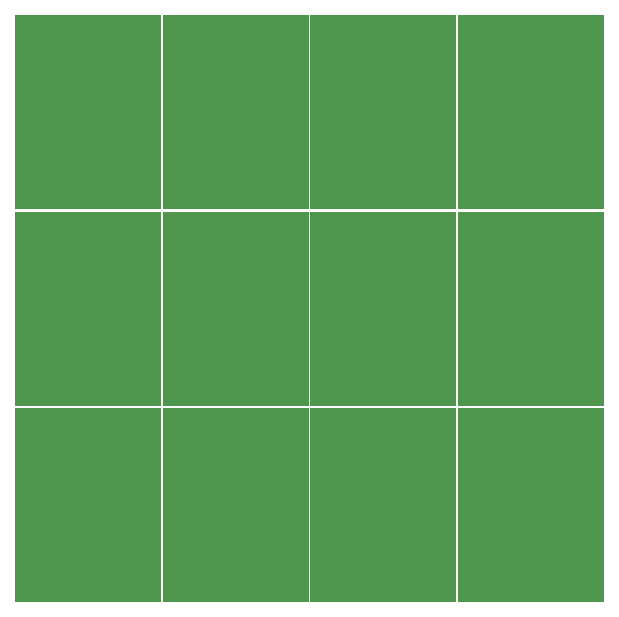
<source format=gbs>
G04 #@! TF.FileFunction,Soldermask,Bot*
%FSLAX46Y46*%
G04 Gerber Fmt 4.6, Leading zero omitted, Abs format (unit mm)*
G04 Created by KiCad (PCBNEW 4.0.1-stable) date 7/31/2016 2:21:32 PM*
%MOMM*%
G01*
G04 APERTURE LIST*
%ADD10C,0.100000*%
%ADD11C,0.900000*%
%ADD12C,3.400000*%
%ADD13R,12.400000X16.400000*%
G04 APERTURE END LIST*
D10*
D11*
X48650000Y-35334000D03*
X47650000Y-35334000D03*
X46650000Y-35334000D03*
X45650000Y-35334000D03*
X45650000Y-36334000D03*
X46650000Y-36334000D03*
X47650000Y-36334000D03*
X48650000Y-36334000D03*
X48650000Y-37334000D03*
X47650000Y-37334000D03*
X46650000Y-37334000D03*
X45650000Y-37334000D03*
X38850000Y-37334000D03*
X39850000Y-37334000D03*
X40850000Y-37334000D03*
X41850000Y-37334000D03*
X41850000Y-36334000D03*
X40850000Y-36334000D03*
X39850000Y-36334000D03*
X38850000Y-36334000D03*
X38850000Y-35334000D03*
X39850000Y-35334000D03*
X40850000Y-35334000D03*
X41850000Y-35334000D03*
X48650000Y-41334000D03*
X47650000Y-41334000D03*
X46650000Y-41334000D03*
X45650000Y-41334000D03*
X44650000Y-40334000D03*
X45650000Y-40334000D03*
X46650000Y-40334000D03*
X47650000Y-40334000D03*
X48650000Y-40334000D03*
X48650000Y-39334000D03*
X47650000Y-39334000D03*
X46650000Y-39334000D03*
X45650000Y-39334000D03*
X44650000Y-39334000D03*
X44650000Y-38334000D03*
X45650000Y-38334000D03*
X46650000Y-38334000D03*
X47650000Y-38334000D03*
X48650000Y-38334000D03*
X43750000Y-38834000D03*
X43750000Y-39834000D03*
X42850000Y-38334000D03*
X41850000Y-38334000D03*
X40850000Y-38334000D03*
X39850000Y-38334000D03*
X38850000Y-38334000D03*
X38850000Y-39334000D03*
X39850000Y-39334000D03*
X40850000Y-39334000D03*
X41850000Y-39334000D03*
X42850000Y-39334000D03*
X42850000Y-40334000D03*
X41850000Y-40334000D03*
X40850000Y-40334000D03*
X39850000Y-40334000D03*
X38850000Y-40334000D03*
X41850000Y-41334000D03*
X40850000Y-41334000D03*
X39850000Y-41334000D03*
X38850000Y-41334000D03*
X43750000Y-40834000D03*
X43750000Y-46834000D03*
X43750000Y-47834000D03*
X43750000Y-41834000D03*
X43750000Y-42834000D03*
X43750000Y-43834000D03*
X43750000Y-44834000D03*
X43750000Y-45834000D03*
X44650000Y-46334000D03*
X44650000Y-47334000D03*
X44650000Y-48334000D03*
X42850000Y-46334000D03*
X42850000Y-47334000D03*
X42850000Y-48334000D03*
X44650000Y-41334000D03*
X44650000Y-42334000D03*
X44650000Y-43334000D03*
X44650000Y-44334000D03*
X44650000Y-45334000D03*
X42850000Y-41334000D03*
X42850000Y-42334000D03*
X42850000Y-43334000D03*
X42850000Y-44334000D03*
X42850000Y-45334000D03*
D12*
X43750000Y-36734000D03*
D13*
X43750000Y-41734000D03*
D11*
X36150000Y-35334000D03*
X35150000Y-35334000D03*
X34150000Y-35334000D03*
X33150000Y-35334000D03*
X33150000Y-36334000D03*
X34150000Y-36334000D03*
X35150000Y-36334000D03*
X36150000Y-36334000D03*
X36150000Y-37334000D03*
X35150000Y-37334000D03*
X34150000Y-37334000D03*
X33150000Y-37334000D03*
X26350000Y-37334000D03*
X27350000Y-37334000D03*
X28350000Y-37334000D03*
X29350000Y-37334000D03*
X29350000Y-36334000D03*
X28350000Y-36334000D03*
X27350000Y-36334000D03*
X26350000Y-36334000D03*
X26350000Y-35334000D03*
X27350000Y-35334000D03*
X28350000Y-35334000D03*
X29350000Y-35334000D03*
X36150000Y-41334000D03*
X35150000Y-41334000D03*
X34150000Y-41334000D03*
X33150000Y-41334000D03*
X32150000Y-40334000D03*
X33150000Y-40334000D03*
X34150000Y-40334000D03*
X35150000Y-40334000D03*
X36150000Y-40334000D03*
X36150000Y-39334000D03*
X35150000Y-39334000D03*
X34150000Y-39334000D03*
X33150000Y-39334000D03*
X32150000Y-39334000D03*
X32150000Y-38334000D03*
X33150000Y-38334000D03*
X34150000Y-38334000D03*
X35150000Y-38334000D03*
X36150000Y-38334000D03*
X31250000Y-38834000D03*
X31250000Y-39834000D03*
X30350000Y-38334000D03*
X29350000Y-38334000D03*
X28350000Y-38334000D03*
X27350000Y-38334000D03*
X26350000Y-38334000D03*
X26350000Y-39334000D03*
X27350000Y-39334000D03*
X28350000Y-39334000D03*
X29350000Y-39334000D03*
X30350000Y-39334000D03*
X30350000Y-40334000D03*
X29350000Y-40334000D03*
X28350000Y-40334000D03*
X27350000Y-40334000D03*
X26350000Y-40334000D03*
X29350000Y-41334000D03*
X28350000Y-41334000D03*
X27350000Y-41334000D03*
X26350000Y-41334000D03*
X31250000Y-40834000D03*
X31250000Y-46834000D03*
X31250000Y-47834000D03*
X31250000Y-41834000D03*
X31250000Y-42834000D03*
X31250000Y-43834000D03*
X31250000Y-44834000D03*
X31250000Y-45834000D03*
X32150000Y-46334000D03*
X32150000Y-47334000D03*
X32150000Y-48334000D03*
X30350000Y-46334000D03*
X30350000Y-47334000D03*
X30350000Y-48334000D03*
X32150000Y-41334000D03*
X32150000Y-42334000D03*
X32150000Y-43334000D03*
X32150000Y-44334000D03*
X32150000Y-45334000D03*
X30350000Y-41334000D03*
X30350000Y-42334000D03*
X30350000Y-43334000D03*
X30350000Y-44334000D03*
X30350000Y-45334000D03*
D12*
X31250000Y-36734000D03*
D13*
X31250000Y-41734000D03*
D11*
X48650000Y-18667000D03*
X47650000Y-18667000D03*
X46650000Y-18667000D03*
X45650000Y-18667000D03*
X45650000Y-19667000D03*
X46650000Y-19667000D03*
X47650000Y-19667000D03*
X48650000Y-19667000D03*
X48650000Y-20667000D03*
X47650000Y-20667000D03*
X46650000Y-20667000D03*
X45650000Y-20667000D03*
X38850000Y-20667000D03*
X39850000Y-20667000D03*
X40850000Y-20667000D03*
X41850000Y-20667000D03*
X41850000Y-19667000D03*
X40850000Y-19667000D03*
X39850000Y-19667000D03*
X38850000Y-19667000D03*
X38850000Y-18667000D03*
X39850000Y-18667000D03*
X40850000Y-18667000D03*
X41850000Y-18667000D03*
X48650000Y-24667000D03*
X47650000Y-24667000D03*
X46650000Y-24667000D03*
X45650000Y-24667000D03*
X44650000Y-23667000D03*
X45650000Y-23667000D03*
X46650000Y-23667000D03*
X47650000Y-23667000D03*
X48650000Y-23667000D03*
X48650000Y-22667000D03*
X47650000Y-22667000D03*
X46650000Y-22667000D03*
X45650000Y-22667000D03*
X44650000Y-22667000D03*
X44650000Y-21667000D03*
X45650000Y-21667000D03*
X46650000Y-21667000D03*
X47650000Y-21667000D03*
X48650000Y-21667000D03*
X43750000Y-22167000D03*
X43750000Y-23167000D03*
X42850000Y-21667000D03*
X41850000Y-21667000D03*
X40850000Y-21667000D03*
X39850000Y-21667000D03*
X38850000Y-21667000D03*
X38850000Y-22667000D03*
X39850000Y-22667000D03*
X40850000Y-22667000D03*
X41850000Y-22667000D03*
X42850000Y-22667000D03*
X42850000Y-23667000D03*
X41850000Y-23667000D03*
X40850000Y-23667000D03*
X39850000Y-23667000D03*
X38850000Y-23667000D03*
X41850000Y-24667000D03*
X40850000Y-24667000D03*
X39850000Y-24667000D03*
X38850000Y-24667000D03*
X43750000Y-24167000D03*
X43750000Y-30167000D03*
X43750000Y-31167000D03*
X43750000Y-25167000D03*
X43750000Y-26167000D03*
X43750000Y-27167000D03*
X43750000Y-28167000D03*
X43750000Y-29167000D03*
X44650000Y-29667000D03*
X44650000Y-30667000D03*
X44650000Y-31667000D03*
X42850000Y-29667000D03*
X42850000Y-30667000D03*
X42850000Y-31667000D03*
X44650000Y-24667000D03*
X44650000Y-25667000D03*
X44650000Y-26667000D03*
X44650000Y-27667000D03*
X44650000Y-28667000D03*
X42850000Y-24667000D03*
X42850000Y-25667000D03*
X42850000Y-26667000D03*
X42850000Y-27667000D03*
X42850000Y-28667000D03*
D12*
X43750000Y-20067000D03*
D13*
X43750000Y-25067000D03*
D11*
X36150000Y-18667000D03*
X35150000Y-18667000D03*
X34150000Y-18667000D03*
X33150000Y-18667000D03*
X33150000Y-19667000D03*
X34150000Y-19667000D03*
X35150000Y-19667000D03*
X36150000Y-19667000D03*
X36150000Y-20667000D03*
X35150000Y-20667000D03*
X34150000Y-20667000D03*
X33150000Y-20667000D03*
X26350000Y-20667000D03*
X27350000Y-20667000D03*
X28350000Y-20667000D03*
X29350000Y-20667000D03*
X29350000Y-19667000D03*
X28350000Y-19667000D03*
X27350000Y-19667000D03*
X26350000Y-19667000D03*
X26350000Y-18667000D03*
X27350000Y-18667000D03*
X28350000Y-18667000D03*
X29350000Y-18667000D03*
X36150000Y-24667000D03*
X35150000Y-24667000D03*
X34150000Y-24667000D03*
X33150000Y-24667000D03*
X32150000Y-23667000D03*
X33150000Y-23667000D03*
X34150000Y-23667000D03*
X35150000Y-23667000D03*
X36150000Y-23667000D03*
X36150000Y-22667000D03*
X35150000Y-22667000D03*
X34150000Y-22667000D03*
X33150000Y-22667000D03*
X32150000Y-22667000D03*
X32150000Y-21667000D03*
X33150000Y-21667000D03*
X34150000Y-21667000D03*
X35150000Y-21667000D03*
X36150000Y-21667000D03*
X31250000Y-22167000D03*
X31250000Y-23167000D03*
X30350000Y-21667000D03*
X29350000Y-21667000D03*
X28350000Y-21667000D03*
X27350000Y-21667000D03*
X26350000Y-21667000D03*
X26350000Y-22667000D03*
X27350000Y-22667000D03*
X28350000Y-22667000D03*
X29350000Y-22667000D03*
X30350000Y-22667000D03*
X30350000Y-23667000D03*
X29350000Y-23667000D03*
X28350000Y-23667000D03*
X27350000Y-23667000D03*
X26350000Y-23667000D03*
X29350000Y-24667000D03*
X28350000Y-24667000D03*
X27350000Y-24667000D03*
X26350000Y-24667000D03*
X31250000Y-24167000D03*
X31250000Y-30167000D03*
X31250000Y-31167000D03*
X31250000Y-25167000D03*
X31250000Y-26167000D03*
X31250000Y-27167000D03*
X31250000Y-28167000D03*
X31250000Y-29167000D03*
X32150000Y-29667000D03*
X32150000Y-30667000D03*
X32150000Y-31667000D03*
X30350000Y-29667000D03*
X30350000Y-30667000D03*
X30350000Y-31667000D03*
X32150000Y-24667000D03*
X32150000Y-25667000D03*
X32150000Y-26667000D03*
X32150000Y-27667000D03*
X32150000Y-28667000D03*
X30350000Y-24667000D03*
X30350000Y-25667000D03*
X30350000Y-26667000D03*
X30350000Y-27667000D03*
X30350000Y-28667000D03*
D12*
X31250000Y-20067000D03*
D13*
X31250000Y-25067000D03*
D11*
X48650000Y-2000000D03*
X47650000Y-2000000D03*
X46650000Y-2000000D03*
X45650000Y-2000000D03*
X45650000Y-3000000D03*
X46650000Y-3000000D03*
X47650000Y-3000000D03*
X48650000Y-3000000D03*
X48650000Y-4000000D03*
X47650000Y-4000000D03*
X46650000Y-4000000D03*
X45650000Y-4000000D03*
X38850000Y-4000000D03*
X39850000Y-4000000D03*
X40850000Y-4000000D03*
X41850000Y-4000000D03*
X41850000Y-3000000D03*
X40850000Y-3000000D03*
X39850000Y-3000000D03*
X38850000Y-3000000D03*
X38850000Y-2000000D03*
X39850000Y-2000000D03*
X40850000Y-2000000D03*
X41850000Y-2000000D03*
X48650000Y-8000000D03*
X47650000Y-8000000D03*
X46650000Y-8000000D03*
X45650000Y-8000000D03*
X44650000Y-7000000D03*
X45650000Y-7000000D03*
X46650000Y-7000000D03*
X47650000Y-7000000D03*
X48650000Y-7000000D03*
X48650000Y-6000000D03*
X47650000Y-6000000D03*
X46650000Y-6000000D03*
X45650000Y-6000000D03*
X44650000Y-6000000D03*
X44650000Y-5000000D03*
X45650000Y-5000000D03*
X46650000Y-5000000D03*
X47650000Y-5000000D03*
X48650000Y-5000000D03*
X43750000Y-5500000D03*
X43750000Y-6500000D03*
X42850000Y-5000000D03*
X41850000Y-5000000D03*
X40850000Y-5000000D03*
X39850000Y-5000000D03*
X38850000Y-5000000D03*
X38850000Y-6000000D03*
X39850000Y-6000000D03*
X40850000Y-6000000D03*
X41850000Y-6000000D03*
X42850000Y-6000000D03*
X42850000Y-7000000D03*
X41850000Y-7000000D03*
X40850000Y-7000000D03*
X39850000Y-7000000D03*
X38850000Y-7000000D03*
X41850000Y-8000000D03*
X40850000Y-8000000D03*
X39850000Y-8000000D03*
X38850000Y-8000000D03*
X43750000Y-7500000D03*
X43750000Y-13500000D03*
X43750000Y-14500000D03*
X43750000Y-8500000D03*
X43750000Y-9500000D03*
X43750000Y-10500000D03*
X43750000Y-11500000D03*
X43750000Y-12500000D03*
X44650000Y-13000000D03*
X44650000Y-14000000D03*
X44650000Y-15000000D03*
X42850000Y-13000000D03*
X42850000Y-14000000D03*
X42850000Y-15000000D03*
X44650000Y-8000000D03*
X44650000Y-9000000D03*
X44650000Y-10000000D03*
X44650000Y-11000000D03*
X44650000Y-12000000D03*
X42850000Y-8000000D03*
X42850000Y-9000000D03*
X42850000Y-10000000D03*
X42850000Y-11000000D03*
X42850000Y-12000000D03*
D12*
X43750000Y-3400000D03*
D13*
X43750000Y-8400000D03*
D11*
X36150000Y-2000000D03*
X35150000Y-2000000D03*
X34150000Y-2000000D03*
X33150000Y-2000000D03*
X33150000Y-3000000D03*
X34150000Y-3000000D03*
X35150000Y-3000000D03*
X36150000Y-3000000D03*
X36150000Y-4000000D03*
X35150000Y-4000000D03*
X34150000Y-4000000D03*
X33150000Y-4000000D03*
X26350000Y-4000000D03*
X27350000Y-4000000D03*
X28350000Y-4000000D03*
X29350000Y-4000000D03*
X29350000Y-3000000D03*
X28350000Y-3000000D03*
X27350000Y-3000000D03*
X26350000Y-3000000D03*
X26350000Y-2000000D03*
X27350000Y-2000000D03*
X28350000Y-2000000D03*
X29350000Y-2000000D03*
X36150000Y-8000000D03*
X35150000Y-8000000D03*
X34150000Y-8000000D03*
X33150000Y-8000000D03*
X32150000Y-7000000D03*
X33150000Y-7000000D03*
X34150000Y-7000000D03*
X35150000Y-7000000D03*
X36150000Y-7000000D03*
X36150000Y-6000000D03*
X35150000Y-6000000D03*
X34150000Y-6000000D03*
X33150000Y-6000000D03*
X32150000Y-6000000D03*
X32150000Y-5000000D03*
X33150000Y-5000000D03*
X34150000Y-5000000D03*
X35150000Y-5000000D03*
X36150000Y-5000000D03*
X31250000Y-5500000D03*
X31250000Y-6500000D03*
X30350000Y-5000000D03*
X29350000Y-5000000D03*
X28350000Y-5000000D03*
X27350000Y-5000000D03*
X26350000Y-5000000D03*
X26350000Y-6000000D03*
X27350000Y-6000000D03*
X28350000Y-6000000D03*
X29350000Y-6000000D03*
X30350000Y-6000000D03*
X30350000Y-7000000D03*
X29350000Y-7000000D03*
X28350000Y-7000000D03*
X27350000Y-7000000D03*
X26350000Y-7000000D03*
X29350000Y-8000000D03*
X28350000Y-8000000D03*
X27350000Y-8000000D03*
X26350000Y-8000000D03*
X31250000Y-7500000D03*
X31250000Y-13500000D03*
X31250000Y-14500000D03*
X31250000Y-8500000D03*
X31250000Y-9500000D03*
X31250000Y-10500000D03*
X31250000Y-11500000D03*
X31250000Y-12500000D03*
X32150000Y-13000000D03*
X32150000Y-14000000D03*
X32150000Y-15000000D03*
X30350000Y-13000000D03*
X30350000Y-14000000D03*
X30350000Y-15000000D03*
X32150000Y-8000000D03*
X32150000Y-9000000D03*
X32150000Y-10000000D03*
X32150000Y-11000000D03*
X32150000Y-12000000D03*
X30350000Y-8000000D03*
X30350000Y-9000000D03*
X30350000Y-10000000D03*
X30350000Y-11000000D03*
X30350000Y-12000000D03*
D12*
X31250000Y-3400000D03*
D13*
X31250000Y-8400000D03*
D11*
X10950000Y-2500000D03*
X9950000Y-2500000D03*
X8950000Y-2500000D03*
X7950000Y-2500000D03*
X7950000Y-3500000D03*
X8950000Y-3500000D03*
X9950000Y-3500000D03*
X10950000Y-3500000D03*
X10950000Y-4500000D03*
X9950000Y-4500000D03*
X8950000Y-4500000D03*
X7950000Y-4500000D03*
X1550000Y-4500000D03*
X2550000Y-4500000D03*
X3550000Y-4500000D03*
X4550000Y-4500000D03*
X4550000Y-3500000D03*
X3550000Y-3500000D03*
X2550000Y-3500000D03*
X1550000Y-3500000D03*
X1550000Y-2500000D03*
X2550000Y-2500000D03*
X3550000Y-2500000D03*
X4550000Y-2500000D03*
X6250000Y-9000000D03*
X6950000Y-6500000D03*
X6950000Y-7500000D03*
X6950000Y-8500000D03*
X5550000Y-8500000D03*
X5550000Y-7500000D03*
X5550000Y-6500000D03*
X6250000Y-13000000D03*
X6250000Y-10000000D03*
X6250000Y-12000000D03*
X6250000Y-11000000D03*
X4550000Y-12500000D03*
X3550000Y-12500000D03*
X2550000Y-12500000D03*
X1550000Y-12500000D03*
X6950000Y-12500000D03*
X5550000Y-12500000D03*
X6950000Y-11500000D03*
X6950000Y-9500000D03*
X5550000Y-9500000D03*
X5550000Y-5500000D03*
X6950000Y-5500000D03*
X10950000Y-12500000D03*
X9950000Y-12500000D03*
X8950000Y-12500000D03*
X7950000Y-12500000D03*
X7950000Y-11500000D03*
X8950000Y-11500000D03*
X9950000Y-11500000D03*
X10950000Y-11500000D03*
X10950000Y-10500000D03*
X9950000Y-10500000D03*
X8950000Y-10500000D03*
X7950000Y-10500000D03*
X7950000Y-9500000D03*
X8950000Y-9500000D03*
X9950000Y-9500000D03*
X10950000Y-9500000D03*
X10950000Y-8500000D03*
X9950000Y-8500000D03*
X8950000Y-8500000D03*
X7950000Y-8500000D03*
X7950000Y-7500000D03*
X8950000Y-7500000D03*
X9950000Y-7500000D03*
X10950000Y-7500000D03*
X10950000Y-6500000D03*
X9950000Y-6500000D03*
X8950000Y-6500000D03*
X7950000Y-6500000D03*
X7950000Y-5500000D03*
X8950000Y-5500000D03*
X9950000Y-5500000D03*
X10950000Y-5500000D03*
X4550000Y-5500000D03*
X3550000Y-5500000D03*
X2550000Y-5500000D03*
X1550000Y-5500000D03*
X1550000Y-6500000D03*
X2550000Y-6500000D03*
X3550000Y-6500000D03*
X4550000Y-6500000D03*
X4550000Y-7500000D03*
X3550000Y-7500000D03*
X2550000Y-7500000D03*
X1550000Y-7500000D03*
X1550000Y-8500000D03*
X2550000Y-8500000D03*
X3550000Y-8500000D03*
X4550000Y-8500000D03*
X4550000Y-9500000D03*
X3550000Y-9500000D03*
X2550000Y-9500000D03*
X1550000Y-9500000D03*
X1550000Y-10500000D03*
X2550000Y-10500000D03*
X3550000Y-10500000D03*
X4550000Y-10500000D03*
X4550000Y-11500000D03*
X3550000Y-11500000D03*
X2550000Y-11500000D03*
X1550000Y-11500000D03*
X6950000Y-10500000D03*
X5550000Y-11500000D03*
X5550000Y-10500000D03*
D12*
X6250000Y-3400000D03*
D13*
X6250000Y-8400000D03*
D11*
X23450000Y-2500000D03*
X22450000Y-2500000D03*
X21450000Y-2500000D03*
X20450000Y-2500000D03*
X20450000Y-3500000D03*
X21450000Y-3500000D03*
X22450000Y-3500000D03*
X23450000Y-3500000D03*
X23450000Y-4500000D03*
X22450000Y-4500000D03*
X21450000Y-4500000D03*
X20450000Y-4500000D03*
X14050000Y-4500000D03*
X15050000Y-4500000D03*
X16050000Y-4500000D03*
X17050000Y-4500000D03*
X17050000Y-3500000D03*
X16050000Y-3500000D03*
X15050000Y-3500000D03*
X14050000Y-3500000D03*
X14050000Y-2500000D03*
X15050000Y-2500000D03*
X16050000Y-2500000D03*
X17050000Y-2500000D03*
X18750000Y-9000000D03*
X19450000Y-6500000D03*
X19450000Y-7500000D03*
X19450000Y-8500000D03*
X18050000Y-8500000D03*
X18050000Y-7500000D03*
X18050000Y-6500000D03*
X18750000Y-13000000D03*
X18750000Y-10000000D03*
X18750000Y-12000000D03*
X18750000Y-11000000D03*
X17050000Y-12500000D03*
X16050000Y-12500000D03*
X15050000Y-12500000D03*
X14050000Y-12500000D03*
X19450000Y-12500000D03*
X18050000Y-12500000D03*
X19450000Y-11500000D03*
X19450000Y-9500000D03*
X18050000Y-9500000D03*
X18050000Y-5500000D03*
X19450000Y-5500000D03*
X23450000Y-12500000D03*
X22450000Y-12500000D03*
X21450000Y-12500000D03*
X20450000Y-12500000D03*
X20450000Y-11500000D03*
X21450000Y-11500000D03*
X22450000Y-11500000D03*
X23450000Y-11500000D03*
X23450000Y-10500000D03*
X22450000Y-10500000D03*
X21450000Y-10500000D03*
X20450000Y-10500000D03*
X20450000Y-9500000D03*
X21450000Y-9500000D03*
X22450000Y-9500000D03*
X23450000Y-9500000D03*
X23450000Y-8500000D03*
X22450000Y-8500000D03*
X21450000Y-8500000D03*
X20450000Y-8500000D03*
X20450000Y-7500000D03*
X21450000Y-7500000D03*
X22450000Y-7500000D03*
X23450000Y-7500000D03*
X23450000Y-6500000D03*
X22450000Y-6500000D03*
X21450000Y-6500000D03*
X20450000Y-6500000D03*
X20450000Y-5500000D03*
X21450000Y-5500000D03*
X22450000Y-5500000D03*
X23450000Y-5500000D03*
X17050000Y-5500000D03*
X16050000Y-5500000D03*
X15050000Y-5500000D03*
X14050000Y-5500000D03*
X14050000Y-6500000D03*
X15050000Y-6500000D03*
X16050000Y-6500000D03*
X17050000Y-6500000D03*
X17050000Y-7500000D03*
X16050000Y-7500000D03*
X15050000Y-7500000D03*
X14050000Y-7500000D03*
X14050000Y-8500000D03*
X15050000Y-8500000D03*
X16050000Y-8500000D03*
X17050000Y-8500000D03*
X17050000Y-9500000D03*
X16050000Y-9500000D03*
X15050000Y-9500000D03*
X14050000Y-9500000D03*
X14050000Y-10500000D03*
X15050000Y-10500000D03*
X16050000Y-10500000D03*
X17050000Y-10500000D03*
X17050000Y-11500000D03*
X16050000Y-11500000D03*
X15050000Y-11500000D03*
X14050000Y-11500000D03*
X19450000Y-10500000D03*
X18050000Y-11500000D03*
X18050000Y-10500000D03*
D12*
X18750000Y-3400000D03*
D13*
X18750000Y-8400000D03*
D11*
X10950000Y-19167000D03*
X9950000Y-19167000D03*
X8950000Y-19167000D03*
X7950000Y-19167000D03*
X7950000Y-20167000D03*
X8950000Y-20167000D03*
X9950000Y-20167000D03*
X10950000Y-20167000D03*
X10950000Y-21167000D03*
X9950000Y-21167000D03*
X8950000Y-21167000D03*
X7950000Y-21167000D03*
X1550000Y-21167000D03*
X2550000Y-21167000D03*
X3550000Y-21167000D03*
X4550000Y-21167000D03*
X4550000Y-20167000D03*
X3550000Y-20167000D03*
X2550000Y-20167000D03*
X1550000Y-20167000D03*
X1550000Y-19167000D03*
X2550000Y-19167000D03*
X3550000Y-19167000D03*
X4550000Y-19167000D03*
X6250000Y-25667000D03*
X6950000Y-23167000D03*
X6950000Y-24167000D03*
X6950000Y-25167000D03*
X5550000Y-25167000D03*
X5550000Y-24167000D03*
X5550000Y-23167000D03*
X6250000Y-29667000D03*
X6250000Y-26667000D03*
X6250000Y-28667000D03*
X6250000Y-27667000D03*
X4550000Y-29167000D03*
X3550000Y-29167000D03*
X2550000Y-29167000D03*
X1550000Y-29167000D03*
X6950000Y-29167000D03*
X5550000Y-29167000D03*
X6950000Y-28167000D03*
X6950000Y-26167000D03*
X5550000Y-26167000D03*
X5550000Y-22167000D03*
X6950000Y-22167000D03*
X10950000Y-29167000D03*
X9950000Y-29167000D03*
X8950000Y-29167000D03*
X7950000Y-29167000D03*
X7950000Y-28167000D03*
X8950000Y-28167000D03*
X9950000Y-28167000D03*
X10950000Y-28167000D03*
X10950000Y-27167000D03*
X9950000Y-27167000D03*
X8950000Y-27167000D03*
X7950000Y-27167000D03*
X7950000Y-26167000D03*
X8950000Y-26167000D03*
X9950000Y-26167000D03*
X10950000Y-26167000D03*
X10950000Y-25167000D03*
X9950000Y-25167000D03*
X8950000Y-25167000D03*
X7950000Y-25167000D03*
X7950000Y-24167000D03*
X8950000Y-24167000D03*
X9950000Y-24167000D03*
X10950000Y-24167000D03*
X10950000Y-23167000D03*
X9950000Y-23167000D03*
X8950000Y-23167000D03*
X7950000Y-23167000D03*
X7950000Y-22167000D03*
X8950000Y-22167000D03*
X9950000Y-22167000D03*
X10950000Y-22167000D03*
X4550000Y-22167000D03*
X3550000Y-22167000D03*
X2550000Y-22167000D03*
X1550000Y-22167000D03*
X1550000Y-23167000D03*
X2550000Y-23167000D03*
X3550000Y-23167000D03*
X4550000Y-23167000D03*
X4550000Y-24167000D03*
X3550000Y-24167000D03*
X2550000Y-24167000D03*
X1550000Y-24167000D03*
X1550000Y-25167000D03*
X2550000Y-25167000D03*
X3550000Y-25167000D03*
X4550000Y-25167000D03*
X4550000Y-26167000D03*
X3550000Y-26167000D03*
X2550000Y-26167000D03*
X1550000Y-26167000D03*
X1550000Y-27167000D03*
X2550000Y-27167000D03*
X3550000Y-27167000D03*
X4550000Y-27167000D03*
X4550000Y-28167000D03*
X3550000Y-28167000D03*
X2550000Y-28167000D03*
X1550000Y-28167000D03*
X6950000Y-27167000D03*
X5550000Y-28167000D03*
X5550000Y-27167000D03*
D12*
X6250000Y-20067000D03*
D13*
X6250000Y-25067000D03*
D11*
X23450000Y-19167000D03*
X22450000Y-19167000D03*
X21450000Y-19167000D03*
X20450000Y-19167000D03*
X20450000Y-20167000D03*
X21450000Y-20167000D03*
X22450000Y-20167000D03*
X23450000Y-20167000D03*
X23450000Y-21167000D03*
X22450000Y-21167000D03*
X21450000Y-21167000D03*
X20450000Y-21167000D03*
X14050000Y-21167000D03*
X15050000Y-21167000D03*
X16050000Y-21167000D03*
X17050000Y-21167000D03*
X17050000Y-20167000D03*
X16050000Y-20167000D03*
X15050000Y-20167000D03*
X14050000Y-20167000D03*
X14050000Y-19167000D03*
X15050000Y-19167000D03*
X16050000Y-19167000D03*
X17050000Y-19167000D03*
X18750000Y-25667000D03*
X19450000Y-23167000D03*
X19450000Y-24167000D03*
X19450000Y-25167000D03*
X18050000Y-25167000D03*
X18050000Y-24167000D03*
X18050000Y-23167000D03*
X18750000Y-29667000D03*
X18750000Y-26667000D03*
X18750000Y-28667000D03*
X18750000Y-27667000D03*
X17050000Y-29167000D03*
X16050000Y-29167000D03*
X15050000Y-29167000D03*
X14050000Y-29167000D03*
X19450000Y-29167000D03*
X18050000Y-29167000D03*
X19450000Y-28167000D03*
X19450000Y-26167000D03*
X18050000Y-26167000D03*
X18050000Y-22167000D03*
X19450000Y-22167000D03*
X23450000Y-29167000D03*
X22450000Y-29167000D03*
X21450000Y-29167000D03*
X20450000Y-29167000D03*
X20450000Y-28167000D03*
X21450000Y-28167000D03*
X22450000Y-28167000D03*
X23450000Y-28167000D03*
X23450000Y-27167000D03*
X22450000Y-27167000D03*
X21450000Y-27167000D03*
X20450000Y-27167000D03*
X20450000Y-26167000D03*
X21450000Y-26167000D03*
X22450000Y-26167000D03*
X23450000Y-26167000D03*
X23450000Y-25167000D03*
X22450000Y-25167000D03*
X21450000Y-25167000D03*
X20450000Y-25167000D03*
X20450000Y-24167000D03*
X21450000Y-24167000D03*
X22450000Y-24167000D03*
X23450000Y-24167000D03*
X23450000Y-23167000D03*
X22450000Y-23167000D03*
X21450000Y-23167000D03*
X20450000Y-23167000D03*
X20450000Y-22167000D03*
X21450000Y-22167000D03*
X22450000Y-22167000D03*
X23450000Y-22167000D03*
X17050000Y-22167000D03*
X16050000Y-22167000D03*
X15050000Y-22167000D03*
X14050000Y-22167000D03*
X14050000Y-23167000D03*
X15050000Y-23167000D03*
X16050000Y-23167000D03*
X17050000Y-23167000D03*
X17050000Y-24167000D03*
X16050000Y-24167000D03*
X15050000Y-24167000D03*
X14050000Y-24167000D03*
X14050000Y-25167000D03*
X15050000Y-25167000D03*
X16050000Y-25167000D03*
X17050000Y-25167000D03*
X17050000Y-26167000D03*
X16050000Y-26167000D03*
X15050000Y-26167000D03*
X14050000Y-26167000D03*
X14050000Y-27167000D03*
X15050000Y-27167000D03*
X16050000Y-27167000D03*
X17050000Y-27167000D03*
X17050000Y-28167000D03*
X16050000Y-28167000D03*
X15050000Y-28167000D03*
X14050000Y-28167000D03*
X19450000Y-27167000D03*
X18050000Y-28167000D03*
X18050000Y-27167000D03*
D12*
X18750000Y-20067000D03*
D13*
X18750000Y-25067000D03*
D11*
X10950000Y-35834000D03*
X9950000Y-35834000D03*
X8950000Y-35834000D03*
X7950000Y-35834000D03*
X7950000Y-36834000D03*
X8950000Y-36834000D03*
X9950000Y-36834000D03*
X10950000Y-36834000D03*
X10950000Y-37834000D03*
X9950000Y-37834000D03*
X8950000Y-37834000D03*
X7950000Y-37834000D03*
X1550000Y-37834000D03*
X2550000Y-37834000D03*
X3550000Y-37834000D03*
X4550000Y-37834000D03*
X4550000Y-36834000D03*
X3550000Y-36834000D03*
X2550000Y-36834000D03*
X1550000Y-36834000D03*
X1550000Y-35834000D03*
X2550000Y-35834000D03*
X3550000Y-35834000D03*
X4550000Y-35834000D03*
X6250000Y-42334000D03*
X6950000Y-39834000D03*
X6950000Y-40834000D03*
X6950000Y-41834000D03*
X5550000Y-41834000D03*
X5550000Y-40834000D03*
X5550000Y-39834000D03*
X6250000Y-46334000D03*
X6250000Y-43334000D03*
X6250000Y-45334000D03*
X6250000Y-44334000D03*
X4550000Y-45834000D03*
X3550000Y-45834000D03*
X2550000Y-45834000D03*
X1550000Y-45834000D03*
X6950000Y-45834000D03*
X5550000Y-45834000D03*
X6950000Y-44834000D03*
X6950000Y-42834000D03*
X5550000Y-42834000D03*
X5550000Y-38834000D03*
X6950000Y-38834000D03*
X10950000Y-45834000D03*
X9950000Y-45834000D03*
X8950000Y-45834000D03*
X7950000Y-45834000D03*
X7950000Y-44834000D03*
X8950000Y-44834000D03*
X9950000Y-44834000D03*
X10950000Y-44834000D03*
X10950000Y-43834000D03*
X9950000Y-43834000D03*
X8950000Y-43834000D03*
X7950000Y-43834000D03*
X7950000Y-42834000D03*
X8950000Y-42834000D03*
X9950000Y-42834000D03*
X10950000Y-42834000D03*
X10950000Y-41834000D03*
X9950000Y-41834000D03*
X8950000Y-41834000D03*
X7950000Y-41834000D03*
X7950000Y-40834000D03*
X8950000Y-40834000D03*
X9950000Y-40834000D03*
X10950000Y-40834000D03*
X10950000Y-39834000D03*
X9950000Y-39834000D03*
X8950000Y-39834000D03*
X7950000Y-39834000D03*
X7950000Y-38834000D03*
X8950000Y-38834000D03*
X9950000Y-38834000D03*
X10950000Y-38834000D03*
X4550000Y-38834000D03*
X3550000Y-38834000D03*
X2550000Y-38834000D03*
X1550000Y-38834000D03*
X1550000Y-39834000D03*
X2550000Y-39834000D03*
X3550000Y-39834000D03*
X4550000Y-39834000D03*
X4550000Y-40834000D03*
X3550000Y-40834000D03*
X2550000Y-40834000D03*
X1550000Y-40834000D03*
X1550000Y-41834000D03*
X2550000Y-41834000D03*
X3550000Y-41834000D03*
X4550000Y-41834000D03*
X4550000Y-42834000D03*
X3550000Y-42834000D03*
X2550000Y-42834000D03*
X1550000Y-42834000D03*
X1550000Y-43834000D03*
X2550000Y-43834000D03*
X3550000Y-43834000D03*
X4550000Y-43834000D03*
X4550000Y-44834000D03*
X3550000Y-44834000D03*
X2550000Y-44834000D03*
X1550000Y-44834000D03*
X6950000Y-43834000D03*
X5550000Y-44834000D03*
X5550000Y-43834000D03*
D12*
X6250000Y-36734000D03*
D13*
X6250000Y-41734000D03*
D11*
X23450000Y-35834000D03*
X22450000Y-35834000D03*
X21450000Y-35834000D03*
X20450000Y-35834000D03*
X20450000Y-36834000D03*
X21450000Y-36834000D03*
X22450000Y-36834000D03*
X23450000Y-36834000D03*
X23450000Y-37834000D03*
X22450000Y-37834000D03*
X21450000Y-37834000D03*
X20450000Y-37834000D03*
X14050000Y-37834000D03*
X15050000Y-37834000D03*
X16050000Y-37834000D03*
X17050000Y-37834000D03*
X17050000Y-36834000D03*
X16050000Y-36834000D03*
X15050000Y-36834000D03*
X14050000Y-36834000D03*
X14050000Y-35834000D03*
X15050000Y-35834000D03*
X16050000Y-35834000D03*
X17050000Y-35834000D03*
X18750000Y-42334000D03*
X19450000Y-39834000D03*
X19450000Y-40834000D03*
X19450000Y-41834000D03*
X18050000Y-41834000D03*
X18050000Y-40834000D03*
X18050000Y-39834000D03*
X18750000Y-46334000D03*
X18750000Y-43334000D03*
X18750000Y-45334000D03*
X18750000Y-44334000D03*
X17050000Y-45834000D03*
X16050000Y-45834000D03*
X15050000Y-45834000D03*
X14050000Y-45834000D03*
X19450000Y-45834000D03*
X18050000Y-45834000D03*
X19450000Y-44834000D03*
X19450000Y-42834000D03*
X18050000Y-42834000D03*
X18050000Y-38834000D03*
X19450000Y-38834000D03*
X23450000Y-45834000D03*
X22450000Y-45834000D03*
X21450000Y-45834000D03*
X20450000Y-45834000D03*
X20450000Y-44834000D03*
X21450000Y-44834000D03*
X22450000Y-44834000D03*
X23450000Y-44834000D03*
X23450000Y-43834000D03*
X22450000Y-43834000D03*
X21450000Y-43834000D03*
X20450000Y-43834000D03*
X20450000Y-42834000D03*
X21450000Y-42834000D03*
X22450000Y-42834000D03*
X23450000Y-42834000D03*
X23450000Y-41834000D03*
X22450000Y-41834000D03*
X21450000Y-41834000D03*
X20450000Y-41834000D03*
X20450000Y-40834000D03*
X21450000Y-40834000D03*
X22450000Y-40834000D03*
X23450000Y-40834000D03*
X23450000Y-39834000D03*
X22450000Y-39834000D03*
X21450000Y-39834000D03*
X20450000Y-39834000D03*
X20450000Y-38834000D03*
X21450000Y-38834000D03*
X22450000Y-38834000D03*
X23450000Y-38834000D03*
X17050000Y-38834000D03*
X16050000Y-38834000D03*
X15050000Y-38834000D03*
X14050000Y-38834000D03*
X14050000Y-39834000D03*
X15050000Y-39834000D03*
X16050000Y-39834000D03*
X17050000Y-39834000D03*
X17050000Y-40834000D03*
X16050000Y-40834000D03*
X15050000Y-40834000D03*
X14050000Y-40834000D03*
X14050000Y-41834000D03*
X15050000Y-41834000D03*
X16050000Y-41834000D03*
X17050000Y-41834000D03*
X17050000Y-42834000D03*
X16050000Y-42834000D03*
X15050000Y-42834000D03*
X14050000Y-42834000D03*
X14050000Y-43834000D03*
X15050000Y-43834000D03*
X16050000Y-43834000D03*
X17050000Y-43834000D03*
X17050000Y-44834000D03*
X16050000Y-44834000D03*
X15050000Y-44834000D03*
X14050000Y-44834000D03*
X19450000Y-43834000D03*
X18050000Y-44834000D03*
X18050000Y-43834000D03*
D12*
X18750000Y-36734000D03*
D13*
X18750000Y-41734000D03*
M02*

</source>
